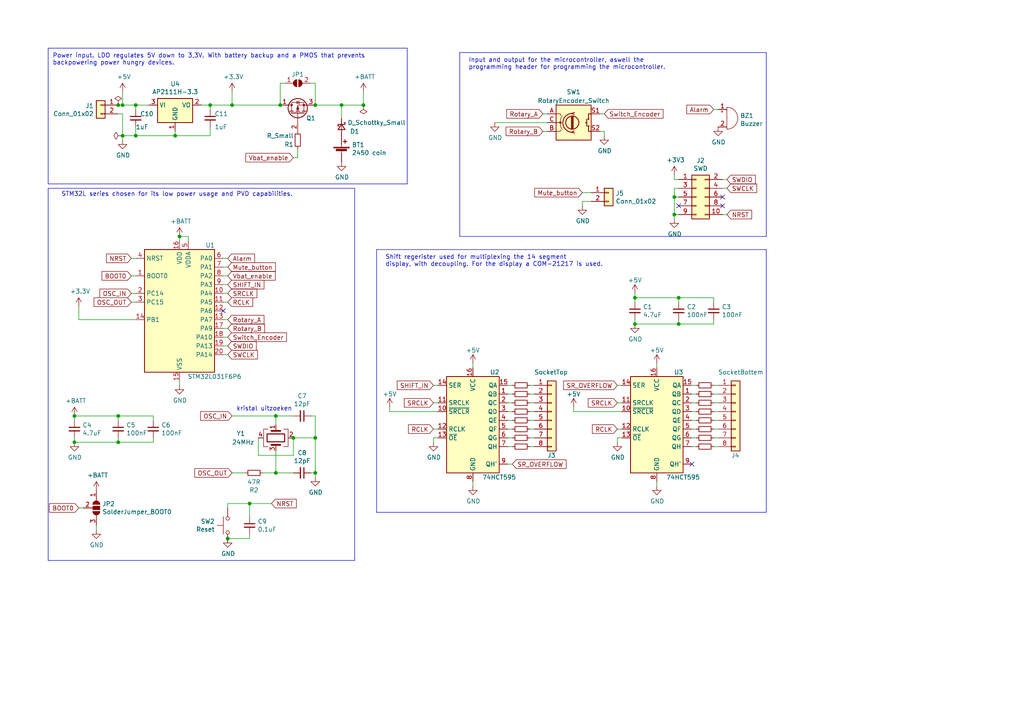
<source format=kicad_sch>
(kicad_sch (version 20230121) (generator eeschema)
  (paper "A4")
  (lib_symbols
    (symbol "74xx:74HC595"
      (property "Reference" "U" (at -7.62 13.97 0))
      (property "Value" "74HC595" (at -7.62 -16.51 0))
      (symbol "74HC595_1_0"
        (pin tri_state line (at 10.16 7.62 180) (length 2.54) (name "QB") (number "1"))
        (pin input line (at -10.16 2.54 0) (length 2.54) (name "~{SRCLR}") (number "10"))
        (pin input line (at -10.16 5.08 0) (length 2.54) (name "SRCLK") (number "11"))
        (pin input line (at -10.16 -2.54 0) (length 2.54) (name "RCLK") (number "12"))
        (pin input line (at -10.16 -5.08 0) (length 2.54) (name "~{OE}") (number "13"))
        (pin input line (at -10.16 10.16 0) (length 2.54) (name "SER") (number "14"))
        (pin tri_state line (at 10.16 10.16 180) (length 2.54) (name "QA") (number "15"))
        (pin power_in line (at 0 15.24 270) (length 2.54) (name "VCC") (number "16"))
        (pin tri_state line (at 10.16 5.08 180) (length 2.54) (name "QC") (number "2"))
        (pin tri_state line (at 10.16 2.54 180) (length 2.54) (name "QD") (number "3"))
        (pin tri_state line (at 10.16 0 180) (length 2.54) (name "QE") (number "4"))
        (pin tri_state line (at 10.16 -2.54 180) (length 2.54) (name "QF") (number "5"))
        (pin tri_state line (at 10.16 -5.08 180) (length 2.54) (name "QG") (number "6"))
        (pin tri_state line (at 10.16 -7.62 180) (length 2.54) (name "QH") (number "7"))
        (pin power_in line (at 0 -17.78 90) (length 2.54) (name "GND") (number "8"))
        (pin output line (at 10.16 -12.7 180) (length 2.54) (name "QH'") (number "9"))
      )
      (symbol "74HC595_1_1"
        (rectangle (start -7.62 12.7) (end 7.62 -15.24) (stroke (width 0.254)) (fill (type background)))
      )
    )
    (symbol "Connector_Generic:Conn_01x02" (pin_names (offset 1.016) hide)
      (property "Reference" "J" (at 0 2.54 0))
      (property "Value" "Conn_01x02" (at 0 -5.08 0))
      (symbol "Conn_01x02_1_1"
        (rectangle (start -1.27 -2.413) (end 0 -2.667) (stroke (width 0.1524)))
        (rectangle (start -1.27 0.127) (end 0 -0.127) (stroke (width 0.1524)))
        (rectangle (start -1.27 1.27) (end 1.27 -3.81) (stroke (width 0.254)) (fill (type background)))
        (pin passive line (at -5.08 0 0) (length 3.81) (name "Pin_1") (number "1"))
        (pin passive line (at -5.08 -2.54 0) (length 3.81) (name "Pin_2") (number "2"))
      )
    )
    (symbol "Connector_Generic:Conn_01x08" (pin_names (offset 1.016) hide)
      (property "Reference" "J" (at 0 10.16 0))
      (property "Value" "Conn_01x08" (at 0 -12.7 0))
      (symbol "Conn_01x08_1_1"
        (rectangle (start -1.27 -10.033) (end 0 -10.287) (stroke (width 0.1524)))
        (rectangle (start -1.27 -7.493) (end 0 -7.747) (stroke (width 0.1524)))
        (rectangle (start -1.27 -4.953) (end 0 -5.207) (stroke (width 0.1524)))
        (rectangle (start -1.27 -2.413) (end 0 -2.667) (stroke (width 0.1524)))
        (rectangle (start -1.27 0.127) (end 0 -0.127) (stroke (width 0.1524)))
        (rectangle (start -1.27 2.667) (end 0 2.413) (stroke (width 0.1524)))
        (rectangle (start -1.27 5.207) (end 0 4.953) (stroke (width 0.1524)))
        (rectangle (start -1.27 7.747) (end 0 7.493) (stroke (width 0.1524)))
        (rectangle (start -1.27 8.89) (end 1.27 -11.43) (stroke (width 0.254)) (fill (type background)))
        (pin passive line (at -5.08 7.62 0) (length 3.81) (name "Pin_1") (number "1"))
        (pin passive line (at -5.08 5.08 0) (length 3.81) (name "Pin_2") (number "2"))
        (pin passive line (at -5.08 2.54 0) (length 3.81) (name "Pin_3") (number "3"))
        (pin passive line (at -5.08 0 0) (length 3.81) (name "Pin_4") (number "4"))
        (pin passive line (at -5.08 -2.54 0) (length 3.81) (name "Pin_5") (number "5"))
        (pin passive line (at -5.08 -5.08 0) (length 3.81) (name "Pin_6") (number "6"))
        (pin passive line (at -5.08 -7.62 0) (length 3.81) (name "Pin_7") (number "7"))
        (pin passive line (at -5.08 -10.16 0) (length 3.81) (name "Pin_8") (number "8"))
      )
    )
    (symbol "Connector_Generic:Conn_02x05_Odd_Even" (pin_names (offset 1.016) hide)
      (property "Reference" "J" (at 1.27 7.62 0))
      (property "Value" "Conn_02x05_Odd_Even" (at 1.27 -7.62 0))
      (symbol "Conn_02x05_Odd_Even_1_1"
        (rectangle (start -1.27 -4.953) (end 0 -5.207) (stroke (width 0.1524)))
        (rectangle (start -1.27 -2.413) (end 0 -2.667) (stroke (width 0.1524)))
        (rectangle (start -1.27 0.127) (end 0 -0.127) (stroke (width 0.1524)))
        (rectangle (start -1.27 2.667) (end 0 2.413) (stroke (width 0.1524)))
        (rectangle (start -1.27 5.207) (end 0 4.953) (stroke (width 0.1524)))
        (rectangle (start -1.27 6.35) (end 3.81 -6.35) (stroke (width 0.254)) (fill (type background)))
        (rectangle (start 3.81 -4.953) (end 2.54 -5.207) (stroke (width 0.1524)))
        (rectangle (start 3.81 -2.413) (end 2.54 -2.667) (stroke (width 0.1524)))
        (rectangle (start 3.81 0.127) (end 2.54 -0.127) (stroke (width 0.1524)))
        (rectangle (start 3.81 2.667) (end 2.54 2.413) (stroke (width 0.1524)))
        (rectangle (start 3.81 5.207) (end 2.54 4.953) (stroke (width 0.1524)))
        (pin passive line (at -5.08 5.08 0) (length 3.81) (name "Pin_1") (number "1"))
        (pin passive line (at 7.62 -5.08 180) (length 3.81) (name "Pin_10") (number "10"))
        (pin passive line (at 7.62 5.08 180) (length 3.81) (name "Pin_2") (number "2"))
        (pin passive line (at -5.08 2.54 0) (length 3.81) (name "Pin_3") (number "3"))
        (pin passive line (at 7.62 2.54 180) (length 3.81) (name "Pin_4") (number "4"))
        (pin passive line (at -5.08 0 0) (length 3.81) (name "Pin_5") (number "5"))
        (pin passive line (at 7.62 0 180) (length 3.81) (name "Pin_6") (number "6"))
        (pin passive line (at -5.08 -2.54 0) (length 3.81) (name "Pin_7") (number "7"))
        (pin passive line (at 7.62 -2.54 180) (length 3.81) (name "Pin_8") (number "8"))
        (pin passive line (at -5.08 -5.08 0) (length 3.81) (name "Pin_9") (number "9"))
      )
    )
    (symbol "Device:Battery_Cell" (pin_numbers hide) (pin_names (offset 0) hide)
      (property "Reference" "BT" (at 2.54 2.54 0))
      (property "Value" "Battery_Cell" (at 2.54 0 0))
      (symbol "Battery_Cell_0_1"
        (rectangle (start -2.286 1.778) (end 2.286 1.524) (fill (type outline)))
        (rectangle (start -1.5748 1.1938) (end 1.4732 0.6858) (fill (type outline)))
        (polyline (pts (xy 0 0.762) (xy 0 0)))
        (polyline (pts (xy 0 1.778) (xy 0 2.54)))
        (polyline (pts (xy 0.508 3.429) (xy 1.524 3.429)) (stroke (width 0.254)))
        (polyline (pts (xy 1.016 3.937) (xy 1.016 2.921)) (stroke (width 0.254)))
      )
      (symbol "Battery_Cell_1_1"
        (pin passive line (at 0 5.08 270) (length 2.54) (name "+") (number "1"))
        (pin passive line (at 0 -2.54 90) (length 2.54) (name "-") (number "2"))
      )
    )
    (symbol "Device:Buzzer" (pin_names (offset 0.0254) hide)
      (property "Reference" "BZ" (at 3.81 1.27 0))
      (property "Value" "Buzzer" (at 3.81 -1.27 0))
      (symbol "Buzzer_0_1"
        (arc (start 0 -3.175) (mid 3.1612 0) (end 0 3.175))
        (polyline (pts (xy -1.651 1.905) (xy -1.143 1.905)))
        (polyline (pts (xy -1.397 2.159) (xy -1.397 1.651)))
        (polyline (pts (xy 0 3.175) (xy 0 -3.175)))
      )
      (symbol "Buzzer_1_1"
        (pin passive line (at -2.54 2.54 0) (length 2.54) (name "-") (number "1"))
        (pin passive line (at -2.54 -2.54 0) (length 2.54) (name "+") (number "2"))
      )
    )
    (symbol "Device:C_Small" (pin_numbers hide) (pin_names (offset 0.254) hide)
      (property "Reference" "C" (at 0.254 1.778 0))
      (property "Value" "C_Small" (at 0.254 -2.032 0))
      (symbol "C_Small_0_1"
        (polyline (pts (xy -1.524 -0.508) (xy 1.524 -0.508)) (stroke (width 0.3302)))
        (polyline (pts (xy -1.524 0.508) (xy 1.524 0.508)) (stroke (width 0.3048)))
      )
      (symbol "C_Small_1_1"
        (pin passive line (at 0 2.54 270) (length 2.032) (name "~") (number "1"))
        (pin passive line (at 0 -2.54 90) (length 2.032) (name "~") (number "2"))
      )
    )
    (symbol "Device:Crystal_GND24" (pin_names (offset 1.016) hide)
      (property "Reference" "Y" (at 3.175 5.08 0))
      (property "Value" "Crystal_GND24" (at 3.175 3.175 0))
      (symbol "Crystal_GND24_0_1"
        (rectangle (start -1.143 2.54) (end 1.143 -2.54) (stroke (width 0.3048)))
        (polyline (pts (xy -2.54 0) (xy -2.032 0)))
        (polyline (pts (xy -2.032 -1.27) (xy -2.032 1.27)) (stroke (width 0.508)))
        (polyline (pts (xy 0 -3.81) (xy 0 -3.556)))
        (polyline (pts (xy 0 3.556) (xy 0 3.81)))
        (polyline (pts (xy 2.032 -1.27) (xy 2.032 1.27)) (stroke (width 0.508)))
        (polyline (pts (xy 2.032 0) (xy 2.54 0)))
        (polyline (pts (xy -2.54 -2.286) (xy -2.54 -3.556) (xy 2.54 -3.556) (xy 2.54 -2.286)))
        (polyline (pts (xy -2.54 2.286) (xy -2.54 3.556) (xy 2.54 3.556) (xy 2.54 2.286)))
      )
      (symbol "Crystal_GND24_1_1"
        (pin passive line (at -3.81 0 0) (length 1.27) (name "1") (number "1"))
        (pin passive line (at 0 5.08 270) (length 1.27) (name "2") (number "2"))
        (pin passive line (at 3.81 0 180) (length 1.27) (name "3") (number "3"))
        (pin passive line (at 0 -5.08 90) (length 1.27) (name "4") (number "4"))
      )
    )
    (symbol "Device:D_Schottky_Small" (pin_numbers hide) (pin_names (offset 0.254) hide)
      (property "Reference" "D" (at -1.27 2.032 0))
      (property "Value" "D_Schottky_Small" (at -7.112 -2.032 0))
      (symbol "D_Schottky_Small_0_1"
        (polyline (pts (xy -0.762 0) (xy 0.762 0)))
        (polyline (pts (xy 0.762 -1.016) (xy -0.762 0) (xy 0.762 1.016) (xy 0.762 -1.016)) (stroke (width 0.254)))
        (polyline (pts (xy -1.27 0.762) (xy -1.27 1.016) (xy -0.762 1.016) (xy -0.762 -1.016) (xy -0.254 -1.016) (xy -0.254 -0.762)) (stroke (width 0.254)))
      )
      (symbol "D_Schottky_Small_1_1"
        (pin passive line (at -2.54 0 0) (length 1.778) (name "K") (number "1"))
        (pin passive line (at 2.54 0 180) (length 1.778) (name "A") (number "2"))
      )
    )
    (symbol "Device:Q_PMOS_DGS" (pin_names (offset 0) hide)
      (property "Reference" "Q" (at 5.08 1.27 0))
      (property "Value" "Q_PMOS_DGS" (at 5.08 -1.27 0))
      (symbol "Q_PMOS_DGS_0_1"
        (polyline (pts (xy 0.254 0) (xy -2.54 0)))
        (polyline (pts (xy 0.254 1.905) (xy 0.254 -1.905)) (stroke (width 0.254)))
        (polyline (pts (xy 0.762 -1.27) (xy 0.762 -2.286)) (stroke (width 0.254)))
        (polyline (pts (xy 0.762 0.508) (xy 0.762 -0.508)) (stroke (width 0.254)))
        (polyline (pts (xy 0.762 2.286) (xy 0.762 1.27)) (stroke (width 0.254)))
        (polyline (pts (xy 2.54 2.54) (xy 2.54 1.778)))
        (polyline (pts (xy 2.54 -2.54) (xy 2.54 0) (xy 0.762 0)))
        (polyline (pts (xy 0.762 1.778) (xy 3.302 1.778) (xy 3.302 -1.778) (xy 0.762 -1.778)))
        (polyline (pts (xy 2.286 0) (xy 1.27 0.381) (xy 1.27 -0.381) (xy 2.286 0)) (fill (type outline)))
        (polyline (pts (xy 2.794 -0.508) (xy 2.921 -0.381) (xy 3.683 -0.381) (xy 3.81 -0.254)))
        (polyline (pts (xy 3.302 -0.381) (xy 2.921 0.254) (xy 3.683 0.254) (xy 3.302 -0.381)))
        (circle (center 1.651 0) (radius 2.794) (stroke (width 0.254)))
        (circle (center 2.54 -1.778) (radius 0.254) (fill (type outline)))
        (circle (center 2.54 1.778) (radius 0.254) (fill (type outline)))
      )
      (symbol "Q_PMOS_DGS_1_1"
        (pin passive line (at 2.54 5.08 270) (length 2.54) (name "D") (number "1"))
        (pin input line (at -5.08 0 0) (length 2.54) (name "G") (number "2"))
        (pin passive line (at 2.54 -5.08 90) (length 2.54) (name "S") (number "3"))
      )
    )
    (symbol "Device:R_Small" (pin_numbers hide) (pin_names (offset 0.254) hide)
      (property "Reference" "R" (at 0.762 0.508 0))
      (property "Value" "R_Small" (at 0.762 -1.016 0))
      (symbol "R_Small_0_1"
        (rectangle (start -0.762 1.778) (end 0.762 -1.778) (stroke (width 0.2032)))
      )
      (symbol "R_Small_1_1"
        (pin passive line (at 0 2.54 270) (length 0.762) (name "~") (number "1"))
        (pin passive line (at 0 -2.54 90) (length 0.762) (name "~") (number "2"))
      )
    )
    (symbol "Device:RotaryEncoder_Switch" (pin_names (offset 0.254) hide)
      (property "Reference" "SW" (at 0 6.604 0))
      (property "Value" "RotaryEncoder_Switch" (at 0 -6.604 0))
      (symbol "RotaryEncoder_Switch_0_1"
        (rectangle (start -5.08 5.08) (end 5.08 -5.08) (stroke (width 0.254)) (fill (type background)))
        (circle (center -3.81 0) (radius 0.254) (fill (type outline)))
        (circle (center -0.381 0) (radius 1.905) (stroke (width 0.254)))
        (arc (start -0.381 2.667) (mid -3.0988 -0.0635) (end -0.381 -2.794) (stroke (width 0.254)))
        (polyline (pts (xy -0.635 -1.778) (xy -0.635 1.778)) (stroke (width 0.254)))
        (polyline (pts (xy -0.381 -1.778) (xy -0.381 1.778)) (stroke (width 0.254)))
        (polyline (pts (xy -0.127 1.778) (xy -0.127 -1.778)) (stroke (width 0.254)))
        (polyline (pts (xy 3.81 0) (xy 3.429 0)) (stroke (width 0.254)))
        (polyline (pts (xy 3.81 1.016) (xy 3.81 -1.016)) (stroke (width 0.254)))
        (polyline (pts (xy -5.08 -2.54) (xy -3.81 -2.54) (xy -3.81 -2.032)))
        (polyline (pts (xy -5.08 2.54) (xy -3.81 2.54) (xy -3.81 2.032)))
        (polyline (pts (xy 0.254 -3.048) (xy -0.508 -2.794) (xy 0.127 -2.413)) (stroke (width 0.254)))
        (polyline (pts (xy 0.254 2.921) (xy -0.508 2.667) (xy 0.127 2.286)) (stroke (width 0.254)))
        (polyline (pts (xy 5.08 -2.54) (xy 4.318 -2.54) (xy 4.318 -1.016)) (stroke (width 0.254)))
        (polyline (pts (xy 5.08 2.54) (xy 4.318 2.54) (xy 4.318 1.016)) (stroke (width 0.254)))
        (polyline (pts (xy -5.08 0) (xy -3.81 0) (xy -3.81 -1.016) (xy -3.302 -2.032)))
        (polyline (pts (xy -4.318 0) (xy -3.81 0) (xy -3.81 1.016) (xy -3.302 2.032)))
        (circle (center 4.318 -1.016) (radius 0.127) (stroke (width 0.254)))
        (circle (center 4.318 1.016) (radius 0.127) (stroke (width 0.254)))
      )
      (symbol "RotaryEncoder_Switch_1_1"
        (pin passive line (at -7.62 2.54 0) (length 2.54) (name "A") (number "A"))
        (pin passive line (at -7.62 -2.54 0) (length 2.54) (name "B") (number "B"))
        (pin passive line (at -7.62 0 0) (length 2.54) (name "C") (number "C"))
        (pin passive line (at 7.62 2.54 180) (length 2.54) (name "S1") (number "S1"))
        (pin passive line (at 7.62 -2.54 180) (length 2.54) (name "S2") (number "S2"))
      )
    )
    (symbol "Jumper:SolderJumper_2_Open" (pin_names (offset 0) hide)
      (property "Reference" "JP" (at 0 2.032 0))
      (property "Value" "SolderJumper_2_Open" (at 0 -2.54 0))
      (symbol "SolderJumper_2_Open_0_1"
        (arc (start -0.254 1.016) (mid -1.2656 0) (end -0.254 -1.016))
        (arc (start -0.254 1.016) (mid -1.2656 0) (end -0.254 -1.016) (fill (type outline)))
        (polyline (pts (xy -0.254 1.016) (xy -0.254 -1.016)))
        (polyline (pts (xy 0.254 1.016) (xy 0.254 -1.016)))
        (arc (start 0.254 -1.016) (mid 1.2656 0) (end 0.254 1.016))
        (arc (start 0.254 -1.016) (mid 1.2656 0) (end 0.254 1.016) (fill (type outline)))
      )
      (symbol "SolderJumper_2_Open_1_1"
        (pin passive line (at -3.81 0 0) (length 2.54) (name "A") (number "1"))
        (pin passive line (at 3.81 0 180) (length 2.54) (name "B") (number "2"))
      )
    )
    (symbol "Jumper:SolderJumper_3_Open" (pin_names (offset 0) hide)
      (property "Reference" "JP" (at -2.54 -2.54 0))
      (property "Value" "SolderJumper_3_Open" (at 0 2.794 0))
      (symbol "SolderJumper_3_Open_0_1"
        (arc (start -1.016 1.016) (mid -2.0276 0) (end -1.016 -1.016))
        (arc (start -1.016 1.016) (mid -2.0276 0) (end -1.016 -1.016) (fill (type outline)))
        (rectangle (start -0.508 1.016) (end 0.508 -1.016) (fill (type outline)))
        (polyline (pts (xy -2.54 0) (xy -2.032 0)))
        (polyline (pts (xy -1.016 1.016) (xy -1.016 -1.016)))
        (polyline (pts (xy 0 -1.27) (xy 0 -1.016)))
        (polyline (pts (xy 1.016 1.016) (xy 1.016 -1.016)))
        (polyline (pts (xy 2.54 0) (xy 2.032 0)))
        (arc (start 1.016 -1.016) (mid 2.0276 0) (end 1.016 1.016))
        (arc (start 1.016 -1.016) (mid 2.0276 0) (end 1.016 1.016) (fill (type outline)))
      )
      (symbol "SolderJumper_3_Open_1_1"
        (pin passive line (at -5.08 0 0) (length 2.54) (name "A") (number "1"))
        (pin passive line (at 0 -3.81 90) (length 2.54) (name "C") (number "2"))
        (pin passive line (at 5.08 0 180) (length 2.54) (name "B") (number "3"))
      )
    )
    (symbol "MCU_ST_STM32L0:STM32L031F6Px"
      (property "Reference" "U" (at -10.16 19.05 0))
      (property "Value" "STM32L031F6Px" (at 5.08 19.05 0))
      (symbol "STM32L031F6Px_0_1"
        (rectangle (start -10.16 -17.78) (end 10.16 17.78) (stroke (width 0.254)) (fill (type background)))
      )
      (symbol "STM32L031F6Px_1_1"
        (pin input line (at -12.7 10.16 0) (length 2.54) (name "BOOT0") (number "1"))
        (pin bidirectional line (at 12.7 5.08 180) (length 2.54) (name "PA4") (number "10"))
        (pin bidirectional line (at 12.7 2.54 180) (length 2.54) (name "PA5") (number "11"))
        (pin bidirectional line (at 12.7 0 180) (length 2.54) (name "PA6") (number "12"))
        (pin bidirectional line (at 12.7 -2.54 180) (length 2.54) (name "PA7") (number "13"))
        (pin bidirectional line (at -12.7 -2.54 0) (length 2.54) (name "PB1") (number "14"))
        (pin power_in line (at 0 -20.32 90) (length 2.54) (name "VSS") (number "15"))
        (pin power_in line (at 0 20.32 270) (length 2.54) (name "VDD") (number "16"))
        (pin bidirectional line (at 12.7 -5.08 180) (length 2.54) (name "PA9") (number "17"))
        (pin bidirectional line (at 12.7 -7.62 180) (length 2.54) (name "PA10") (number "18"))
        (pin bidirectional line (at 12.7 -10.16 180) (length 2.54) (name "PA13") (number "19"))
        (pin bidirectional line (at -12.7 5.08 0) (length 2.54) (name "PC14") (number "2"))
        (pin bidirectional line (at 12.7 -12.7 180) (length 2.54) (name "PA14") (number "20"))
        (pin bidirectional line (at -12.7 2.54 0) (length 2.54) (name "PC15") (number "3"))
        (pin input line (at -12.7 15.24 0) (length 2.54) (name "NRST") (number "4"))
        (pin power_in line (at 2.54 20.32 270) (length 2.54) (name "VDDA") (number "5"))
        (pin bidirectional line (at 12.7 15.24 180) (length 2.54) (name "PA0") (number "6"))
        (pin bidirectional line (at 12.7 12.7 180) (length 2.54) (name "PA1") (number "7"))
        (pin bidirectional line (at 12.7 10.16 180) (length 2.54) (name "PA2") (number "8"))
        (pin bidirectional line (at 12.7 7.62 180) (length 2.54) (name "PA3") (number "9"))
      )
    )
    (symbol "Regulator_Linear:NCP1117-3.3_SOT223"
      (property "Reference" "U" (at -3.81 3.175 0))
      (property "Value" "NCP1117-3.3_SOT223" (at 0 3.175 0))
      (symbol "NCP1117-3.3_SOT223_0_1"
        (rectangle (start -5.08 -5.08) (end 5.08 1.905) (stroke (width 0.254)) (fill (type background)))
      )
      (symbol "NCP1117-3.3_SOT223_1_1"
        (pin power_in line (at 0 -7.62 90) (length 2.54) (name "GND") (number "1"))
        (pin power_out line (at 7.62 0 180) (length 2.54) (name "VO") (number "2"))
        (pin power_in line (at -7.62 0 0) (length 2.54) (name "VI") (number "3"))
      )
    )
    (symbol "Switch:SW_Push" (pin_numbers hide) (pin_names (offset 1.016) hide)
      (property "Reference" "SW" (at 1.27 2.54 0))
      (property "Value" "SW_Push" (at 0 -1.524 0))
      (symbol "SW_Push_0_1"
        (circle (center -2.032 0) (radius 0.508))
        (polyline (pts (xy 0 1.27) (xy 0 3.048)))
        (polyline (pts (xy 2.54 1.27) (xy -2.54 1.27)))
        (circle (center 2.032 0) (radius 0.508))
        (pin passive line (at -5.08 0 0) (length 2.54) (name "1") (number "1"))
        (pin passive line (at 5.08 0 180) (length 2.54) (name "2") (number "2"))
      )
    )
    (symbol "power:+3.3V" (power) (pin_names (offset 0))
      (property "Value" "+3.3V" (at 0 3.556 0))
      (symbol "+3.3V_0_1"
        (polyline (pts (xy -0.762 1.27) (xy 0 2.54)))
        (polyline (pts (xy 0 0) (xy 0 2.54)))
        (polyline (pts (xy 0 2.54) (xy 0.762 1.27)))
      )
      (symbol "+3.3V_1_1"
        (pin power_in line (at 0 0 90) (length 0) hide (name "+3.3V") (number "1"))
      )
    )
    (symbol "power:+3V3" (power) (pin_names (offset 0))
      (property "Value" "+3V3" (at 0 3.556 0))
      (symbol "+3V3_0_1"
        (polyline (pts (xy -0.762 1.27) (xy 0 2.54)))
        (polyline (pts (xy 0 0) (xy 0 2.54)))
        (polyline (pts (xy 0 2.54) (xy 0.762 1.27)))
      )
      (symbol "+3V3_1_1"
        (pin power_in line (at 0 0 90) (length 0) hide (name "+3V3") (number "1"))
      )
    )
    (symbol "power:+5V" (power) (pin_names (offset 0))
      (property "Value" "+5V" (at 0 3.556 0))
      (symbol "+5V_0_1"
        (polyline (pts (xy -0.762 1.27) (xy 0 2.54)))
        (polyline (pts (xy 0 0) (xy 0 2.54)))
        (polyline (pts (xy 0 2.54) (xy 0.762 1.27)))
      )
      (symbol "+5V_1_1"
        (pin power_in line (at 0 0 90) (length 0) hide (name "+5V") (number "1"))
      )
    )
    (symbol "power:+BATT" (power) (pin_names (offset 0))
      (property "Value" "+BATT" (at 0 3.556 0))
      (symbol "+BATT_0_1"
        (polyline (pts (xy -0.762 1.27) (xy 0 2.54)))
        (polyline (pts (xy 0 0) (xy 0 2.54)))
        (polyline (pts (xy 0 2.54) (xy 0.762 1.27)))
      )
      (symbol "+BATT_1_1"
        (pin power_in line (at 0 0 90) (length 0) hide (name "+BATT") (number "1"))
      )
    )
    (symbol "power:GND" (power) (pin_names (offset 0))
      (property "Value" "GND" (at 0 -3.81 0))
      (symbol "GND_0_1"
        (polyline (pts (xy 0 0) (xy 0 -1.27) (xy 1.27 -1.27) (xy 0 -2.54) (xy -1.27 -1.27) (xy 0 -1.27)))
      )
      (symbol "GND_1_1"
        (pin power_in line (at 0 0 270) (length 0) hide (name "GND") (number "1"))
      )
    )
    (symbol "power:PWR_FLAG" (power) (pin_numbers hide) (pin_names (offset 0) hide)
      (property "Value" "PWR_FLAG" (at 0 3.81 0))
      (symbol "PWR_FLAG_0_0"
        (pin power_out line (at 0 0 90) (length 0) (name "pwr") (number "1"))
      )
      (symbol "PWR_FLAG_0_1"
        (polyline (pts (xy 0 0) (xy 0 1.27) (xy -1.016 1.905) (xy 0 2.54) (xy 1.016 1.905) (xy 0 1.27)))
      )
    )
  )
  (junction (at 35.56 30.48))
  (junction (at 196.85 86.36))
  (junction (at 99.06 30.48))
  (junction (at 39.37 30.48))
  (junction (at 196.85 93.98))
  (junction (at 34.29 128.27))
  (junction (at 60.96 30.48))
  (junction (at 195.58 57.15))
  (junction (at 39.37 39.37))
  (junction (at 85.09 127))
  (junction (at 195.58 62.23))
  (junction (at 67.31 30.48))
  (junction (at 34.29 120.65))
  (junction (at 66.04 156.21))
  (junction (at 72.39 146.05))
  (junction (at 80.01 137.16))
  (junction (at 80.01 120.65))
  (junction (at 184.15 93.98))
  (junction (at 91.44 30.48))
  (junction (at 34.29 30.48))
  (junction (at 184.15 86.36))
  (junction (at 52.07 68.58))
  (junction (at 21.59 120.65))
  (junction (at 91.44 137.16))
  (junction (at 81.28 30.48))
  (junction (at 50.8 39.37))
  (junction (at 91.44 127))
  (junction (at 35.56 39.37))
  (junction (at 105.41 30.48))
  (junction (at 21.59 128.27))
  (no_connect (at 200.66 134.62))
  (no_connect (at 196.85 59.69))
  (no_connect (at 209.55 57.15))
  (no_connect (at 64.77 90.17))
  (no_connect (at 209.55 59.69))
  (wire (pts (xy 99.06 30.48) (xy 105.41 30.48)))
  (wire (pts (xy 21.59 128.27) (xy 34.29 128.27)))
  (polyline (pts (xy 13.97 53.34) (xy 13.97 13.97)))
  (wire (pts (xy 173.99 38.1) (xy 175.26 38.1)))
  (polyline (pts (xy 118.11 53.34) (xy 13.97 53.34)))
  (wire (pts (xy 153.67 127) (xy 154.94 127)))
  (wire (pts (xy 195.58 54.61) (xy 196.85 54.61)))
  (wire (pts (xy 91.44 24.13) (xy 91.44 30.48)))
  (wire (pts (xy 127 127) (xy 125.73 127)))
  (wire (pts (xy 147.32 116.84) (xy 148.59 116.84)))
  (wire (pts (xy 190.5 140.97) (xy 190.5 139.7)))
  (polyline (pts (xy 222.25 148.59) (xy 109.22 148.59)))
  (wire (pts (xy 67.31 137.16) (xy 71.12 137.16)))
  (wire (pts (xy 207.01 111.76) (xy 208.28 111.76)))
  (wire (pts (xy 82.55 24.13) (xy 81.28 24.13)))
  (wire (pts (xy 50.8 38.1) (xy 50.8 39.37)))
  (wire (pts (xy 99.06 34.29) (xy 99.06 30.48)))
  (polyline (pts (xy 133.35 15.24) (xy 222.25 15.24)))
  (wire (pts (xy 85.09 132.08) (xy 85.09 127)))
  (wire (pts (xy 166.37 119.38) (xy 180.34 119.38)))
  (wire (pts (xy 184.15 86.36) (xy 196.85 86.36)))
  (wire (pts (xy 207.01 119.38) (xy 208.28 119.38)))
  (wire (pts (xy 80.01 123.19) (xy 80.01 120.65)))
  (wire (pts (xy 147.32 129.54) (xy 148.59 129.54)))
  (wire (pts (xy 147.32 119.38) (xy 148.59 119.38)))
  (wire (pts (xy 153.67 121.92) (xy 154.94 121.92)))
  (wire (pts (xy 66.04 157.48) (xy 66.04 156.21)))
  (wire (pts (xy 195.58 57.15) (xy 195.58 54.61)))
  (polyline (pts (xy 222.25 15.24) (xy 222.25 68.58)))
  (wire (pts (xy 153.67 116.84) (xy 154.94 116.84)))
  (wire (pts (xy 52.07 68.58) (xy 54.61 68.58)))
  (wire (pts (xy 175.26 33.02) (xy 173.99 33.02)))
  (wire (pts (xy 147.32 124.46) (xy 148.59 124.46)))
  (wire (pts (xy 39.37 39.37) (xy 50.8 39.37)))
  (wire (pts (xy 60.96 36.83) (xy 60.96 39.37)))
  (wire (pts (xy 85.09 127) (xy 91.44 127)))
  (polyline (pts (xy 109.22 148.59) (xy 109.22 72.39)))
  (wire (pts (xy 64.77 95.25) (xy 66.04 95.25)))
  (wire (pts (xy 200.66 129.54) (xy 201.93 129.54)))
  (wire (pts (xy 168.91 58.42) (xy 171.45 58.42)))
  (wire (pts (xy 66.04 146.05) (xy 72.39 146.05)))
  (wire (pts (xy 153.67 114.3) (xy 154.94 114.3)))
  (wire (pts (xy 209.55 52.07) (xy 210.82 52.07)))
  (wire (pts (xy 80.01 130.81) (xy 80.01 137.16)))
  (wire (pts (xy 72.39 156.21) (xy 66.04 156.21)))
  (wire (pts (xy 125.73 111.76) (xy 127 111.76)))
  (wire (pts (xy 184.15 93.98) (xy 196.85 93.98)))
  (wire (pts (xy 200.66 127) (xy 201.93 127)))
  (wire (pts (xy 196.85 86.36) (xy 207.01 86.36)))
  (wire (pts (xy 21.59 127) (xy 21.59 128.27)))
  (wire (pts (xy 195.58 52.07) (xy 196.85 52.07)))
  (wire (pts (xy 200.66 114.3) (xy 201.93 114.3)))
  (wire (pts (xy 125.73 128.27) (xy 125.73 127)))
  (wire (pts (xy 38.1 80.01) (xy 39.37 80.01)))
  (wire (pts (xy 34.29 33.02) (xy 35.56 33.02)))
  (wire (pts (xy 64.77 87.63) (xy 66.04 87.63)))
  (polyline (pts (xy 133.35 68.58) (xy 133.35 15.24)))
  (wire (pts (xy 91.44 30.48) (xy 99.06 30.48)))
  (wire (pts (xy 200.66 116.84) (xy 201.93 116.84)))
  (wire (pts (xy 147.32 121.92) (xy 148.59 121.92)))
  (wire (pts (xy 184.15 92.71) (xy 184.15 93.98)))
  (wire (pts (xy 66.04 74.93) (xy 64.77 74.93)))
  (wire (pts (xy 22.86 92.71) (xy 39.37 92.71)))
  (wire (pts (xy 143.51 35.56) (xy 158.75 35.56)))
  (wire (pts (xy 148.59 134.62) (xy 147.32 134.62)))
  (wire (pts (xy 196.85 62.23) (xy 195.58 62.23)))
  (wire (pts (xy 58.42 30.48) (xy 60.96 30.48)))
  (wire (pts (xy 66.04 77.47) (xy 64.77 77.47)))
  (wire (pts (xy 44.45 127) (xy 44.45 128.27)))
  (wire (pts (xy 72.39 146.05) (xy 78.74 146.05)))
  (wire (pts (xy 67.31 30.48) (xy 81.28 30.48)))
  (wire (pts (xy 153.67 119.38) (xy 154.94 119.38)))
  (polyline (pts (xy 13.97 54.61) (xy 102.87 54.61)))
  (wire (pts (xy 157.48 33.02) (xy 158.75 33.02)))
  (wire (pts (xy 168.91 59.69) (xy 168.91 58.42)))
  (wire (pts (xy 86.36 43.18) (xy 86.36 45.72)))
  (wire (pts (xy 85.09 137.16) (xy 80.01 137.16)))
  (wire (pts (xy 184.15 87.63) (xy 184.15 86.36)))
  (polyline (pts (xy 118.11 13.97) (xy 118.11 53.34)))
  (wire (pts (xy 196.85 93.98) (xy 207.01 93.98)))
  (wire (pts (xy 179.07 116.84) (xy 180.34 116.84)))
  (wire (pts (xy 67.31 120.65) (xy 80.01 120.65)))
  (wire (pts (xy 175.26 38.1) (xy 175.26 39.37)))
  (wire (pts (xy 184.15 85.09) (xy 184.15 86.36)))
  (wire (pts (xy 113.03 119.38) (xy 127 119.38)))
  (wire (pts (xy 180.34 127) (xy 179.07 127)))
  (wire (pts (xy 200.66 124.46) (xy 201.93 124.46)))
  (wire (pts (xy 60.96 31.75) (xy 60.96 30.48)))
  (wire (pts (xy 72.39 154.94) (xy 72.39 156.21)))
  (wire (pts (xy 179.07 128.27) (xy 179.07 127)))
  (polyline (pts (xy 102.87 54.61) (xy 102.87 162.56)))
  (wire (pts (xy 72.39 149.86) (xy 72.39 146.05)))
  (wire (pts (xy 190.5 105.41) (xy 190.5 106.68)))
  (wire (pts (xy 38.1 85.09) (xy 39.37 85.09)))
  (wire (pts (xy 137.16 140.97) (xy 137.16 139.7)))
  (wire (pts (xy 35.56 26.67) (xy 35.56 30.48)))
  (wire (pts (xy 179.07 111.76) (xy 180.34 111.76)))
  (polyline (pts (xy 109.22 72.39) (xy 222.25 72.39)))
  (wire (pts (xy 35.56 39.37) (xy 35.56 40.64)))
  (wire (pts (xy 34.29 127) (xy 34.29 128.27)))
  (wire (pts (xy 90.17 120.65) (xy 91.44 120.65)))
  (wire (pts (xy 207.01 129.54) (xy 208.28 129.54)))
  (wire (pts (xy 209.55 62.23) (xy 210.82 62.23)))
  (wire (pts (xy 50.8 39.37) (xy 60.96 39.37)))
  (wire (pts (xy 196.85 57.15) (xy 195.58 57.15)))
  (wire (pts (xy 52.07 68.58) (xy 52.07 69.85)))
  (polyline (pts (xy 102.87 162.56) (xy 13.97 162.56)))
  (wire (pts (xy 39.37 36.83) (xy 39.37 39.37)))
  (wire (pts (xy 157.48 38.1) (xy 158.75 38.1)))
  (wire (pts (xy 207.01 92.71) (xy 207.01 93.98)))
  (wire (pts (xy 34.29 128.27) (xy 44.45 128.27)))
  (wire (pts (xy 196.85 87.63) (xy 196.85 86.36)))
  (wire (pts (xy 64.77 100.33) (xy 66.04 100.33)))
  (wire (pts (xy 91.44 138.43) (xy 91.44 137.16)))
  (wire (pts (xy 80.01 120.65) (xy 85.09 120.65)))
  (wire (pts (xy 74.93 132.08) (xy 85.09 132.08)))
  (wire (pts (xy 166.37 118.11) (xy 166.37 119.38)))
  (wire (pts (xy 66.04 146.05) (xy 66.04 147.32)))
  (wire (pts (xy 60.96 30.48) (xy 67.31 30.48)))
  (wire (pts (xy 207.01 127) (xy 208.28 127)))
  (wire (pts (xy 35.56 30.48) (xy 39.37 30.48)))
  (wire (pts (xy 64.77 102.87) (xy 66.04 102.87)))
  (wire (pts (xy 207.01 121.92) (xy 208.28 121.92)))
  (wire (pts (xy 39.37 39.37) (xy 35.56 39.37)))
  (wire (pts (xy 21.59 120.65) (xy 34.29 120.65)))
  (wire (pts (xy 153.67 129.54) (xy 154.94 129.54)))
  (wire (pts (xy 105.41 30.48) (xy 105.41 26.67)))
  (polyline (pts (xy 222.25 68.58) (xy 133.35 68.58)))
  (wire (pts (xy 52.07 111.76) (xy 52.07 110.49)))
  (wire (pts (xy 64.77 82.55) (xy 66.04 82.55)))
  (wire (pts (xy 207.01 31.75) (xy 208.28 31.75)))
  (wire (pts (xy 34.29 121.92) (xy 34.29 120.65)))
  (wire (pts (xy 86.36 45.72) (xy 85.09 45.72)))
  (wire (pts (xy 147.32 127) (xy 148.59 127)))
  (wire (pts (xy 196.85 92.71) (xy 196.85 93.98)))
  (wire (pts (xy 76.2 137.16) (xy 80.01 137.16)))
  (wire (pts (xy 27.94 152.4) (xy 27.94 153.67)))
  (wire (pts (xy 38.1 74.93) (xy 39.37 74.93)))
  (wire (pts (xy 39.37 30.48) (xy 43.18 30.48)))
  (wire (pts (xy 67.31 26.67) (xy 67.31 30.48)))
  (wire (pts (xy 207.01 87.63) (xy 207.01 86.36)))
  (wire (pts (xy 125.73 116.84) (xy 127 116.84)))
  (wire (pts (xy 22.86 88.9) (xy 22.86 92.71)))
  (polyline (pts (xy 13.97 13.97) (xy 118.11 13.97)))
  (wire (pts (xy 147.32 111.76) (xy 148.59 111.76)))
  (wire (pts (xy 195.58 63.5) (xy 195.58 62.23)))
  (wire (pts (xy 195.58 50.8) (xy 195.58 52.07)))
  (wire (pts (xy 66.04 85.09) (xy 64.77 85.09)))
  (wire (pts (xy 21.59 121.92) (xy 21.59 120.65)))
  (wire (pts (xy 179.07 124.46) (xy 180.34 124.46)))
  (wire (pts (xy 125.73 124.46) (xy 127 124.46)))
  (wire (pts (xy 39.37 31.75) (xy 39.37 30.48)))
  (wire (pts (xy 91.44 137.16) (xy 90.17 137.16)))
  (wire (pts (xy 34.29 120.65) (xy 44.45 120.65)))
  (wire (pts (xy 66.04 80.01) (xy 64.77 80.01)))
  (wire (pts (xy 91.44 127) (xy 91.44 137.16)))
  (wire (pts (xy 34.29 30.48) (xy 35.56 30.48)))
  (wire (pts (xy 64.77 92.71) (xy 66.04 92.71)))
  (wire (pts (xy 74.93 127) (xy 74.93 132.08)))
  (wire (pts (xy 54.61 69.85) (xy 54.61 68.58)))
  (wire (pts (xy 147.32 114.3) (xy 148.59 114.3)))
  (wire (pts (xy 200.66 111.76) (xy 201.93 111.76)))
  (wire (pts (xy 81.28 24.13) (xy 81.28 30.48)))
  (wire (pts (xy 153.67 111.76) (xy 154.94 111.76)))
  (wire (pts (xy 207.01 124.46) (xy 208.28 124.46)))
  (wire (pts (xy 90.17 24.13) (xy 91.44 24.13)))
  (wire (pts (xy 153.67 124.46) (xy 154.94 124.46)))
  (wire (pts (xy 200.66 121.92) (xy 201.93 121.92)))
  (wire (pts (xy 113.03 118.11) (xy 113.03 119.38)))
  (polyline (pts (xy 222.25 72.39) (xy 222.25 148.59)))
  (wire (pts (xy 195.58 62.23) (xy 195.58 57.15)))
  (wire (pts (xy 209.55 54.61) (xy 210.82 54.61)))
  (wire (pts (xy 200.66 119.38) (xy 201.93 119.38)))
  (wire (pts (xy 35.56 39.37) (xy 35.56 33.02)))
  (wire (pts (xy 91.44 120.65) (xy 91.44 127)))
  (polyline (pts (xy 13.97 162.56) (xy 13.97 54.61)))
  (wire (pts (xy 64.77 97.79) (xy 66.04 97.79)))
  (wire (pts (xy 168.91 55.88) (xy 171.45 55.88)))
  (wire (pts (xy 207.01 114.3) (xy 208.28 114.3)))
  (wire (pts (xy 22.86 147.32) (xy 24.13 147.32)))
  (wire (pts (xy 44.45 121.92) (xy 44.45 120.65)))
  (wire (pts (xy 137.16 105.41) (xy 137.16 106.68)))
  (wire (pts (xy 38.1 87.63) (xy 39.37 87.63)))
  (wire (pts (xy 207.01 116.84) (xy 208.28 116.84)))
  (text "Power input. LDO regulates 5V down to 3,3V. With battery backup and a PMOS that prevents \nbackpowering power hungry devices.\n" (at 15.24 19.05 0) (effects (font (size 1.27 1.27)) (justify left bottom)))
  (text "Input and output for the microcontroller, aswell the \nprogramming header for programming the microcontroller.\n" (at 135.89 20.32 0) (effects (font (size 1.27 1.27)) (justify left bottom)))
  (text "kristal uitzoeken\n" (at 68.58 119.38 0) (effects (font (size 1.27 1.27)) (justify left bottom)))
  (text "STM32L series chosen for its low power usage and PVD capabilities.\n" (at 17.78 57.15 0) (effects (font (size 1.27 1.27)) (justify left bottom)))
  (text "Shift regerister used for multiplexing the 14 segment\ndisplay, with decoupling. For the display a COM-21217 is used." (at 111.76 77.47 0) (effects (font (size 1.27 1.27)) (justify left bottom)))
  (global_label "Vbat_enable" (shape input) (at 85.09 45.72 180) (property "Intersheetrefs" "${INTERSHEET_REFS}" (effects hide)))
  (global_label "Alarm" (shape input) (at 207.01 31.75 180) (property "Intersheetrefs" "${INTERSHEET_REFS}" (effects hide)))
  (global_label "OSC_IN" (shape input) (at 38.1 85.09 180) (property "Intersheetrefs" "${INTERSHEET_REFS}" (effects hide)))
  (global_label "Rotary_B" (shape input) (at 157.48 38.1 180) (property "Intersheetrefs" "${INTERSHEET_REFS}" (effects hide)))
  (global_label "Switch_Encoder" (shape input) (at 175.26 33.02 0) (property "Intersheetrefs" "${INTERSHEET_REFS}" (effects hide)))
  (global_label "SRCLK" (shape input) (at 125.73 116.84 180) (property "Intersheetrefs" "${INTERSHEET_REFS}" (effects hide)))
  (global_label "SWDIO" (shape input) (at 66.04 100.33 0) (property "Intersheetrefs" "${INTERSHEET_REFS}" (effects hide)))
  (global_label "SWCLK" (shape input) (at 210.82 54.61 0) (property "Intersheetrefs" "${INTERSHEET_REFS}" (effects hide)))
  (global_label "BOOT0" (shape input) (at 22.86 147.32 180) (property "Intersheetrefs" "${INTERSHEET_REFS}" (effects hide)))
  (global_label "NRST" (shape input) (at 210.82 62.23 0) (property "Intersheetrefs" "${INTERSHEET_REFS}" (effects hide)))
  (global_label "OSC_OUT" (shape input) (at 67.31 137.16 180) (property "Intersheetrefs" "${INTERSHEET_REFS}" (effects hide)))
  (global_label "SWDIO" (shape input) (at 210.82 52.07 0) (property "Intersheetrefs" "${INTERSHEET_REFS}" (effects hide)))
  (global_label "Mute_button" (shape input) (at 168.91 55.88 180) (property "Intersheetrefs" "${INTERSHEET_REFS}" (effects hide)))
  (global_label "NRST" (shape input) (at 38.1 74.93 180) (property "Intersheetrefs" "${INTERSHEET_REFS}" (effects hide)))
  (global_label "Mute_button" (shape input) (at 66.04 77.47 0) (property "Intersheetrefs" "${INTERSHEET_REFS}" (effects hide)))
  (global_label "Vbat_enable" (shape input) (at 66.04 80.01 0) (property "Intersheetrefs" "${INTERSHEET_REFS}" (effects hide)))
  (global_label "RCLK" (shape input) (at 66.04 87.63 0) (property "Intersheetrefs" "${INTERSHEET_REFS}" (effects hide)))
  (global_label "OSC_IN" (shape input) (at 67.31 120.65 180) (property "Intersheetrefs" "${INTERSHEET_REFS}" (effects hide)))
  (global_label "SR_OVERFLOW" (shape input) (at 148.59 134.62 0) (property "Intersheetrefs" "${INTERSHEET_REFS}" (effects hide)))
  (global_label "RCLK" (shape input) (at 179.07 124.46 180) (property "Intersheetrefs" "${INTERSHEET_REFS}" (effects hide)))
  (global_label "SWCLK" (shape input) (at 66.04 102.87 0) (property "Intersheetrefs" "${INTERSHEET_REFS}" (effects hide)))
  (global_label "RCLK" (shape input) (at 125.73 124.46 180) (property "Intersheetrefs" "${INTERSHEET_REFS}" (effects hide)))
  (global_label "SRCLK" (shape input) (at 66.04 85.09 0) (property "Intersheetrefs" "${INTERSHEET_REFS}" (effects hide)))
  (global_label "NRST" (shape input) (at 78.74 146.05 0) (property "Intersheetrefs" "${INTERSHEET_REFS}" (effects hide)))
  (global_label "OSC_OUT" (shape input) (at 38.1 87.63 180) (property "Intersheetrefs" "${INTERSHEET_REFS}" (effects hide)))
  (global_label "SRCLK" (shape input) (at 179.07 116.84 180) (property "Intersheetrefs" "${INTERSHEET_REFS}" (effects hide)))
  (global_label "Switch_Encoder" (shape input) (at 66.04 97.79 0) (property "Intersheetrefs" "${INTERSHEET_REFS}" (effects hide)))
  (global_label "Rotary_A" (shape input) (at 157.48 33.02 180) (property "Intersheetrefs" "${INTERSHEET_REFS}" (effects hide)))
  (global_label "SR_OVERFLOW" (shape input) (at 179.07 111.76 180) (property "Intersheetrefs" "${INTERSHEET_REFS}" (effects hide)))
  (global_label "SHIFT_IN" (shape input) (at 125.73 111.76 180) (property "Intersheetrefs" "${INTERSHEET_REFS}" (effects hide)))
  (global_label "BOOT0" (shape input) (at 38.1 80.01 180) (property "Intersheetrefs" "${INTERSHEET_REFS}" (effects hide)))
  (global_label "Alarm" (shape input) (at 66.04 74.93 0) (property "Intersheetrefs" "${INTERSHEET_REFS}" (effects hide)))
  (global_label "Rotary_A" (shape input) (at 66.04 92.71 0) (property "Intersheetrefs" "${INTERSHEET_REFS}" (effects hide)))
  (global_label "SHIFT_IN" (shape input) (at 66.04 82.55 0) (property "Intersheetrefs" "${INTERSHEET_REFS}" (effects hide)))
  (global_label "Rotary_B" (shape input) (at 66.04 95.25 0) (property "Intersheetrefs" "${INTERSHEET_REFS}" (effects hide)))
  (symbol (lib_id "Device:C_Small") (at 34.29 124.46 0) (unit 1)
    (property "Reference" "C5" (at 36.6268 123.2916 0) (effects (justify left)))
    (property "Value" "100nF" (at 36.6268 125.603 0) (effects (justify left)))
    (property "Footprint" "Capacitor_SMD:C_1206_3216Metric" (effects hide))
  )
  (symbol (lib_id "Device:C_Small") (at 21.59 124.46 0) (unit 1)
    (property "Reference" "C4" (at 23.9268 123.2916 0) (effects (justify left)))
    (property "Value" "4.7uF" (at 23.9268 125.603 0) (effects (justify left)))
    (property "Footprint" "Capacitor_SMD:C_1206_3216Metric" (effects hide))
  )
  (symbol (lib_id "Device:C_Small") (at 44.45 124.46 0) (unit 1)
    (property "Reference" "C6" (at 46.7868 123.2916 0) (effects (justify left)))
    (property "Value" "100nF" (at 46.7868 125.603 0) (effects (justify left)))
    (property "Footprint" "Capacitor_SMD:C_1206_3216Metric" (effects hide))
  )
  (symbol (lib_id "power:GND") (at 21.59 128.27 0) (unit 1)
    (property "Reference" "#PWR020" (effects hide))
    (property "Value" "GND" (at 21.717 132.6642 0))
  )
  (symbol (lib_id "power:GND") (at 66.04 156.21 0) (unit 1)
    (property "Reference" "#PWR028" (effects hide))
    (property "Value" "GND" (at 66.167 160.6042 0))
  )
  (symbol (lib_id "Switch:SW_Push") (at 66.04 152.4 90) (mirror x) (unit 1)
    (property "Reference" "SW2" (at 62.2808 151.2316 90) (effects (justify left)))
    (property "Value" "Reset" (at 62.2808 153.543 90) (effects (justify left)))
    (property "Footprint" "Connector_PinHeader_2.54mm:PinHeader_1x02_P2.54mm_Vertical" (effects hide))
  )
  (symbol (lib_id "Device:C_Small") (at 72.39 152.4 0) (unit 1)
    (property "Reference" "C9" (at 74.7268 151.2316 0) (effects (justify left)))
    (property "Value" "0.1uF" (at 74.7268 153.543 0) (effects (justify left)))
    (property "Footprint" "Capacitor_SMD:C_1206_3216Metric" (effects hide))
  )
  (symbol (lib_id "power:GND") (at 168.91 59.69 0) (unit 1)
    (property "Reference" "#PWR029" (effects hide))
    (property "Value" "GND" (at 169.037 64.0842 0))
  )
  (symbol (lib_id "Device:R_Small") (at 73.66 137.16 270) (mirror x) (unit 1)
    (property "Reference" "R2" (at 73.66 142.1384 90))
    (property "Value" "47R" (at 73.66 139.827 90))
    (property "Footprint" "Resistor_SMD:R_1206_3216Metric" (effects hide))
  )
  (symbol (lib_id "Device:C_Small") (at 87.63 120.65 270) (unit 1)
    (property "Reference" "C7" (at 87.63 114.8334 90))
    (property "Value" "12pF" (at 87.63 117.1448 90))
    (property "Footprint" "Capacitor_SMD:C_1206_3216Metric" (effects hide))
  )
  (symbol (lib_id "Device:Crystal_GND24") (at 80.01 127 270) (unit 1)
    (property "Reference" "Y1" (at 68.58 125.73 90) (effects (justify left)))
    (property "Value" "24MHz" (at 67.31 128.27 90) (effects (justify left)))
  )
  (symbol (lib_id "Device:C_Small") (at 87.63 137.16 270) (unit 1)
    (property "Reference" "C8" (at 87.63 131.3434 90))
    (property "Value" "12pF" (at 87.63 133.6548 90))
    (property "Footprint" "Capacitor_SMD:C_1206_3216Metric" (effects hide))
  )
  (symbol (lib_id "power:GND") (at 91.44 138.43 0) (unit 1)
    (property "Reference" "#PWR026" (effects hide))
    (property "Value" "GND" (at 91.567 142.8242 0))
  )
  (symbol (lib_id "power:GND") (at 208.28 36.83 0) (unit 1)
    (property "Reference" "#PWR05" (effects hide))
    (property "Value" "GND" (at 208.407 41.2242 0))
  )
  (symbol (lib_id "Connector_Generic:Conn_02x05_Odd_Even") (at 201.93 57.15 0) (unit 1)
    (property "Reference" "J2" (at 203.2 46.5582 0))
    (property "Value" "SWD" (at 203.2 48.8696 0))
    (property "Footprint" "Connector_PinHeader_1.00mm:PinHeader_2x05_P1.00mm_Vertical" (effects hide))
  )
  (symbol (lib_id "power:+3V3") (at 195.58 50.8 0) (unit 1)
    (property "Reference" "#PWR010" (effects hide))
    (property "Value" "+3V3" (at 195.961 46.4058 0))
  )
  (symbol (lib_id "power:GND") (at 195.58 63.5 0) (unit 1)
    (property "Reference" "#PWR013" (effects hide))
    (property "Value" "GND" (at 195.707 67.8942 0))
  )
  (symbol (lib_id "Device:Buzzer") (at 210.82 34.29 0) (unit 1)
    (property "Reference" "BZ1" (at 214.6808 33.5534 0) (effects (justify left)))
    (property "Value" "Buzzer" (at 214.6808 35.8648 0) (effects (justify left)))
    (property "Footprint" "Connector_PinHeader_2.54mm:PinHeader_1x02_P2.54mm_Vertical" (effects hide))
  )
  (symbol (lib_id "power:GND") (at 175.26 39.37 0) (unit 1)
    (property "Reference" "#PWR07" (effects hide))
    (property "Value" "GND" (at 175.387 43.7642 0))
  )
  (symbol (lib_id "Connector_Generic:Conn_01x08") (at 160.02 119.38 0) (unit 1)
    (property "Reference" "J3" (at 158.75 132.08 0) (effects (justify left)))
    (property "Value" "SocketTop" (at 154.94 107.95 0) (effects (justify left)))
    (property "Footprint" "Connector_PinSocket_2.54mm:PinSocket_1x08_P2.54mm_Vertical" (effects hide))
  )
  (symbol (lib_id "Jumper:SolderJumper_2_Open") (at 86.36 24.13 0) (unit 1)
    (property "Reference" "JP1" (at 86.36 21.59 0))
    (property "Value" "SolderJumper_2_Open" (effects hide))
  )
  (symbol (lib_id "power:+3.3V") (at 67.31 26.67 0) (unit 1)
    (property "Reference" "#PWR03" (effects hide))
    (property "Value" "+3.3V" (at 67.691 22.2758 0))
  )
  (symbol (lib_id "Device:Battery_Cell") (at 99.06 44.45 0) (unit 1)
    (property "Reference" "BT1" (at 102.0572 42.0116 0) (effects (justify left)))
    (property "Value" "2450 coin" (at 102.0572 44.323 0) (effects (justify left)))
  )
  (symbol (lib_id "power:GND") (at 35.56 40.64 0) (unit 1)
    (property "Reference" "#PWR06" (effects hide))
    (property "Value" "GND" (at 35.687 45.0342 0))
  )
  (symbol (lib_id "Device:D_Schottky_Small") (at 99.06 36.83 270) (unit 1)
    (property "Reference" "D1" (at 102.87 38.1 90))
    (property "Value" "D_Schottky_Small" (at 109.22 35.56 90))
  )
  (symbol (lib_id "Device:Q_PMOS_DGS") (at 86.36 33.02 90) (unit 1)
    (property "Reference" "Q1" (at 90.17 34.29 90))
    (property "Value" "Backpower" (effects hide))
  )
  (symbol (lib_id "power:GND") (at 99.06 46.99 0) (unit 1)
    (property "Reference" "#PWR08" (effects hide))
    (property "Value" "GND" (at 99.187 51.3842 0))
  )
  (symbol (lib_id "74xx:74HC595") (at 137.16 121.92 0) (unit 1)
    (property "Reference" "U2" (at 143.51 107.95 0))
    (property "Value" "74HCT595" (at 144.78 138.43 0))
    (property "Datasheet" "http://www.ti.com/lit/ds/symlink/sn74hc595.pdf" (effects hide))
  )
  (symbol (lib_id "power:GND") (at 137.16 140.97 0) (unit 1)
    (property "Reference" "#PWR023" (effects hide))
    (property "Value" "GND" (at 137.287 145.3642 0))
  )
  (symbol (lib_id "Connector_Generic:Conn_01x02") (at 29.21 30.48 0) (mirror y) (unit 1)
    (property "Reference" "J1" (at 27.178 30.6832 0) (effects (justify left)))
    (property "Value" "Conn_01x02" (at 27.178 32.9946 0) (effects (justify left)))
  )
  (symbol (lib_id "power:GND") (at 125.73 128.27 0) (unit 1)
    (property "Reference" "#PWR021" (effects hide))
    (property "Value" "GND" (at 125.857 132.6642 0))
  )
  (symbol (lib_id "power:+BATT") (at 105.41 26.67 0) (unit 1)
    (property "Reference" "#PWR0102" (effects hide))
    (property "Value" "+BATT" (at 105.791 22.2758 0))
  )
  (symbol (lib_id "power:+BATT") (at 52.07 68.58 0) (unit 1)
    (property "Reference" "#PWR0103" (effects hide))
    (property "Value" "+BATT" (at 52.451 64.1858 0))
  )
  (symbol (lib_id "74xx:74HC595") (at 190.5 121.92 0) (unit 1)
    (property "Reference" "U3" (at 196.85 107.95 0))
    (property "Value" "74HCT595" (at 198.12 138.43 0))
    (property "Datasheet" "http://www.ti.com/lit/ds/symlink/sn74hc595.pdf" (effects hide))
  )
  (symbol (lib_id "power:GND") (at 190.5 140.97 0) (unit 1)
    (property "Reference" "#PWR024" (effects hide))
    (property "Value" "GND" (at 190.627 145.3642 0))
  )
  (symbol (lib_id "power:GND") (at 179.07 128.27 0) (unit 1)
    (property "Reference" "#PWR022" (effects hide))
    (property "Value" "GND" (at 179.197 132.6642 0))
  )
  (symbol (lib_id "power:+BATT") (at 21.59 120.65 0) (unit 1)
    (property "Reference" "#PWR0104" (effects hide))
    (property "Value" "+BATT" (at 21.971 116.2558 0))
  )
  (symbol (lib_id "power:+BATT") (at 27.94 142.24 0) (unit 1)
    (property "Reference" "#PWR0105" (effects hide))
    (property "Value" "+BATT" (at 28.321 137.8458 0))
  )
  (symbol (lib_id "Device:R_Small") (at 86.36 40.64 0) (unit 1)
    (property "Reference" "R1" (at 83.82 41.91 0))
    (property "Value" "R_Small" (at 81.28 39.37 0))
  )
  (symbol (lib_id "power:GND") (at 143.51 35.56 0) (unit 1)
    (property "Reference" "#PWR0106" (effects hide))
    (property "Value" "GND" (at 143.637 39.9542 0))
  )
  (symbol (lib_id "power:+3.3V") (at 22.86 88.9 0) (unit 1)
    (property "Reference" "#PWR011" (effects hide))
    (property "Value" "+3.3V" (at 23.241 84.5058 0))
  )
  (symbol (lib_id "Jumper:SolderJumper_3_Open") (at 27.94 147.32 270) (unit 1)
    (property "Reference" "JP2" (at 29.6672 146.1516 90) (effects (justify left)))
    (property "Value" "SolderJumper_BOOT0" (at 29.6672 148.463 90) (effects (justify left)))
  )
  (symbol (lib_id "power:GND") (at 27.94 153.67 0) (unit 1)
    (property "Reference" "#PWR027" (effects hide))
    (property "Value" "GND" (at 28.067 158.0642 0))
  )
  (symbol (lib_id "Connector_Generic:Conn_01x02") (at 176.53 55.88 0) (unit 1)
    (property "Reference" "J5" (at 178.562 56.0832 0) (effects (justify left)))
    (property "Value" "Conn_01x02" (at 178.562 58.3946 0) (effects (justify left)))
  )
  (symbol (lib_id "Regulator_Linear:NCP1117-3.3_SOT223") (at 50.8 30.48 0) (unit 1)
    (property "Reference" "U4" (at 50.8 24.3332 0))
    (property "Value" "AP2111H-3.3" (at 50.8 26.6446 0))
    (property "Footprint" "Package_TO_SOT_SMD:SOT-223-3_TabPin2" (effects hide))
    (property "Datasheet" "http://www.onsemi.com/pub_link/Collateral/NCP1117-D.PDF" (effects hide))
  )
  (symbol (lib_id "power:+5V") (at 35.56 26.67 0) (unit 1)
    (property "Reference" "#PWR030" (effects hide))
    (property "Value" "+5V" (at 35.941 22.2758 0))
  )
  (symbol (lib_id "power:PWR_FLAG") (at 35.56 39.37 90) (unit 1)
    (property "Reference" "#FLG04" (effects hide))
    (property "Value" "PWR_FLAG" (effects hide))
  )
  (symbol (lib_id "power:PWR_FLAG") (at 34.29 30.48 0) (mirror y) (unit 1)
    (property "Reference" "#FLG02" (effects hide))
    (property "Value" "PWR_FLAG" (effects hide))
  )
  (symbol (lib_id "Device:C_Small") (at 60.96 34.29 0) (unit 1)
    (property "Reference" "C11" (at 62.23 33.02 0) (effects (justify left)))
    (property "Value" "1uF" (at 62.23 36.83 0) (effects (justify left)))
    (property "Footprint" "Capacitor_SMD:C_1206_3216Metric" (effects hide))
  )
  (symbol (lib_id "Device:C_Small") (at 39.37 34.29 0) (unit 1)
    (property "Reference" "C10" (at 40.64 33.02 0) (effects (justify left)))
    (property "Value" "1uF" (at 39.37 36.83 0) (effects (justify left)))
    (property "Footprint" "Capacitor_SMD:C_1206_3216Metric" (effects hide))
  )
  (symbol (lib_id "power:PWR_FLAG") (at 105.41 30.48 0) (mirror x) (unit 1)
    (property "Reference" "#FLG03" (effects hide))
    (property "Value" "PWR_FLAG" (effects hide))
  )
  (symbol (lib_id "MCU_ST_STM32L0:STM32L031F6Px") (at 52.07 90.17 0) (unit 1)
    (property "Reference" "U1" (at 60.96 71.12 0))
    (property "Value" "STM32L031F6P6" (at 62.23 109.22 0))
    (property "Footprint" "Package_SO:TSSOP-20_4.4x6.5mm_P0.65mm" (effects hide))
    (property "Datasheet" "http://www.st.com/st-web-ui/static/active/en/resource/technical/document/datasheet/DM00140359.pdf" (effects hide))
  )
  (symbol (lib_id "power:GND") (at 52.07 111.76 0) (unit 1)
    (property "Reference" "#PWR014" (effects hide))
    (property "Value" "GND" (at 52.197 116.1542 0))
  )
  (symbol (lib_id "power:GND") (at 184.15 93.98 0) (unit 1)
    (property "Reference" "#PWR012" (effects hide))
    (property "Value" "GND" (at 184.277 98.3742 0))
  )
  (symbol (lib_id "Device:C_Small") (at 184.15 90.17 0) (unit 1)
    (property "Reference" "C1" (at 186.4868 89.0016 0) (effects (justify left)))
    (property "Value" "4.7uF" (at 186.4868 91.313 0) (effects (justify left)))
    (property "Footprint" "Capacitor_SMD:C_1206_3216Metric" (effects hide))
  )
  (symbol (lib_id "Device:C_Small") (at 207.01 90.17 0) (unit 1)
    (property "Reference" "C3" (at 209.3468 89.0016 0) (effects (justify left)))
    (property "Value" "100nF" (at 209.3468 91.313 0) (effects (justify left)))
    (property "Footprint" "Capacitor_SMD:C_1206_3216Metric" (effects hide))
  )
  (symbol (lib_id "Device:C_Small") (at 196.85 90.17 0) (unit 1)
    (property "Reference" "C2" (at 199.1868 89.0016 0) (effects (justify left)))
    (property "Value" "100nF" (at 199.1868 91.313 0) (effects (justify left)))
    (property "Footprint" "Capacitor_SMD:C_1206_3216Metric" (effects hide))
  )
  (symbol (lib_id "Device:R_Small") (at 151.13 129.54 270) (mirror x) (unit 1)
    (property "Reference" "R11" (effects hide))
    (property "Value" "R_Small" (effects hide))
  )
  (symbol (lib_id "Device:R_Small") (at 151.13 121.92 270) (mirror x) (unit 1)
    (property "Reference" "R7" (effects hide))
    (property "Value" "R_Small" (effects hide))
  )
  (symbol (lib_id "Device:R_Small") (at 204.47 114.3 270) (mirror x) (unit 1)
    (property "Reference" "R12" (effects hide))
    (property "Value" "R_Small" (effects hide))
  )
  (symbol (lib_id "Device:R_Small") (at 151.13 111.76 270) (mirror x) (unit 1)
    (property "Reference" "R3" (effects hide))
    (property "Value" "R_Small" (effects hide))
  )
  (symbol (lib_id "Connector_Generic:Conn_01x08") (at 213.36 119.38 0) (unit 1)
    (property "Reference" "J4" (at 212.09 132.08 0) (effects (justify left)))
    (property "Value" "SocketBottem" (at 208.28 107.95 0) (effects (justify left)))
    (property "Footprint" "Connector_PinSocket_2.54mm:PinSocket_1x08_P2.54mm_Vertical" (effects hide))
  )
  (symbol (lib_id "power:+5V") (at 190.5 105.41 0) (unit 1)
    (property "Reference" "#PWR02" (effects hide))
    (property "Value" "+5V" (at 190.5 101.6 0))
  )
  (symbol (lib_id "power:+5V") (at 113.03 118.11 0) (unit 1)
    (property "Reference" "#PWR09" (effects hide))
    (property "Value" "+5V" (at 113.03 114.3 0))
  )
  (symbol (lib_id "power:+5V") (at 166.37 118.11 0) (unit 1)
    (property "Reference" "#PWR04" (effects hide))
    (property "Value" "+5V" (at 166.37 114.3 0))
  )
  (symbol (lib_id "Device:RotaryEncoder_Switch") (at 166.37 35.56 0) (unit 1)
    (property "Reference" "SW1" (at 166.37 26.67 0))
    (property "Value" "RotaryEncoder_Switch" (at 166.37 29.21 0))
  )
  (symbol (lib_id "Device:R_Small") (at 151.13 124.46 270) (mirror x) (unit 1)
    (property "Reference" "R8" (effects hide))
    (property "Value" "R_Small" (effects hide))
  )
  (symbol (lib_id "Device:R_Small") (at 204.47 121.92 270) (mirror x) (unit 1)
    (property "Reference" "R15" (effects hide))
    (property "Value" "R_Small" (effects hide))
  )
  (symbol (lib_id "Device:R_Small") (at 204.47 127 270) (mirror x) (unit 1)
    (property "Reference" "R17" (effects hide))
    (property "Value" "R_Small" (effects hide))
  )
  (symbol (lib_id "Device:R_Small") (at 151.13 119.38 270) (mirror x) (unit 1)
    (property "Reference" "R6" (effects hide))
    (property "Value" "R_Small" (effects hide))
  )
  (symbol (lib_id "Device:R_Small") (at 151.13 127 270) (mirror x) (unit 1)
    (property "Reference" "R10" (effects hide))
    (property "Value" "R_Small" (effects hide))
  )
  (symbol (lib_id "Device:R_Small") (at 204.47 111.76 270) (mirror x) (unit 1)
    (property "Reference" "R9" (effects hide))
    (property "Value" "R_Small" (effects hide))
  )
  (symbol (lib_id "Device:R_Small") (at 204.47 129.54 270) (mirror x) (unit 1)
    (property "Reference" "R18" (effects hide))
    (property "Value" "R_Small" (effects hide))
  )
  (symbol (lib_id "Device:R_Small") (at 204.47 124.46 270) (mirror x) (unit 1)
    (property "Reference" "R16" (effects hide))
    (property "Value" "R_Small" (effects hide))
  )
  (symbol (lib_id "power:+5V") (at 184.15 85.09 0) (unit 1)
    (property "Reference" "#PWR016" (effects hide))
    (property "Value" "+5V" (at 184.15 81.28 0))
  )
  (symbol (lib_id "Device:R_Small") (at 151.13 116.84 270) (mirror x) (unit 1)
    (property "Reference" "R5" (effects hide))
    (property "Value" "R_Small" (effects hide))
  )
  (symbol (lib_id "power:+5V") (at 137.16 105.41 0) (unit 1)
    (property "Reference" "#PWR01" (effects hide))
    (property "Value" "+5V" (at 137.16 101.6 0))
  )
  (symbol (lib_id "Device:R_Small") (at 151.13 114.3 270) (mirror x) (unit 1)
    (property "Reference" "R4" (effects hide))
    (property "Value" "R_Small" (effects hide))
  )
  (symbol (lib_id "Device:R_Small") (at 204.47 116.84 270) (mirror x) (unit 1)
    (property "Reference" "R13" (effects hide))
    (property "Value" "R_Small" (effects hide))
  )
  (symbol (lib_id "Device:R_Small") (at 204.47 119.38 270) (mirror x) (unit 1)
    (property "Reference" "R14" (effects hide))
    (property "Value" "R_Small" (effects hide))
  )
)
</source>
